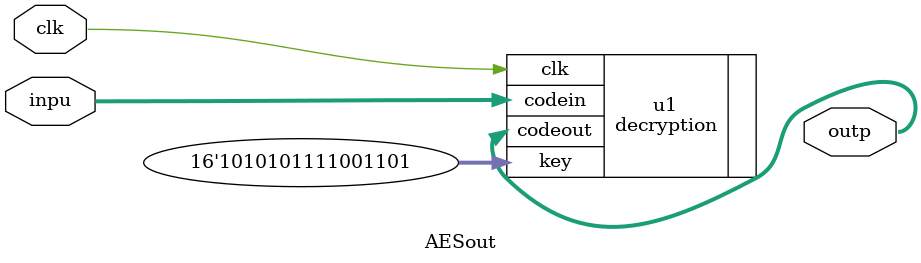
<source format=v>
`timescale 1ns / 1ps


module AESout(
output[15:0] outp, 
		input[15:0] inpu, 
		input clk
    );
 
	decryption u1(.clk(clk),.codein(inpu),.key(16'habcd),.codeout(outp));
endmodule

</source>
